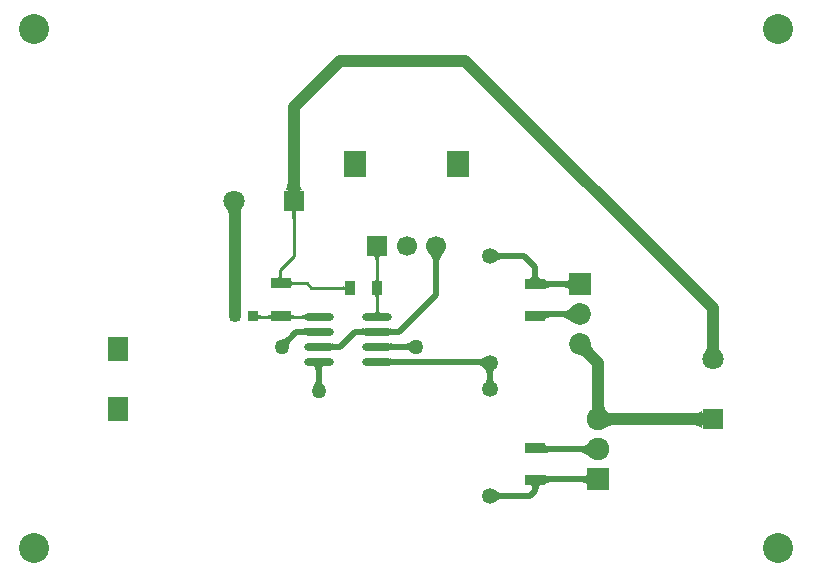
<source format=gtl>
G04*
G04 #@! TF.GenerationSoftware,Altium Limited,Altium Designer,24.1.2 (44)*
G04*
G04 Layer_Physical_Order=1*
G04 Layer_Color=255*
%FSLAX44Y44*%
%MOMM*%
G71*
G04*
G04 #@! TF.SameCoordinates,0D61027A-B9A4-4D08-A004-814C5E794B05*
G04*
G04*
G04 #@! TF.FilePolarity,Positive*
G04*
G01*
G75*
%ADD12C,0.2540*%
%ADD14R,1.9000X2.3000*%
%ADD15O,2.5000X0.7000*%
%ADD16R,0.9000X1.2000*%
%ADD17R,0.9096X0.9121*%
%ADD18R,1.6582X0.9561*%
%ADD19R,1.7000X0.9500*%
%ADD30C,1.8500*%
%ADD31R,1.8500X1.8500*%
%ADD35C,1.0000*%
%ADD36C,0.5000*%
%ADD37R,1.9200X1.9200*%
%ADD38C,1.9200*%
%ADD39R,1.7000X1.7000*%
%ADD40C,1.7000*%
%ADD41R,1.8000X2.0320*%
%ADD42C,1.8000*%
%ADD43R,1.8000X1.8000*%
%ADD44C,1.3500*%
%ADD45R,1.8000X1.8000*%
%ADD46C,2.5400*%
%ADD47C,1.2700*%
G36*
X499690Y586069D02*
X500007Y582869D01*
X500285Y581570D01*
X500642Y580470D01*
X501079Y579570D01*
X501595Y578870D01*
X502191Y578369D01*
X502865Y578069D01*
X503619Y577970D01*
X485681D01*
X486435Y578069D01*
X487110Y578369D01*
X487705Y578870D01*
X488221Y579570D01*
X488658Y580470D01*
X489015Y581570D01*
X489293Y582869D01*
X489491Y584370D01*
X489610Y586069D01*
X489650Y587970D01*
X499650D01*
X499690Y586069D01*
D02*
G37*
G36*
X450560Y562942D02*
X450387Y562579D01*
X450235Y562136D01*
X450103Y561613D01*
X449991Y561010D01*
X449829Y559563D01*
X449748Y557797D01*
X449738Y556793D01*
X439738Y555594D01*
X439722Y556588D01*
X439600Y558339D01*
X439494Y559096D01*
X439357Y559774D01*
X439189Y560374D01*
X438991Y560894D01*
X438763Y561336D01*
X438504Y561699D01*
X438215Y561983D01*
X450753Y563225D01*
X450560Y562942D01*
D02*
G37*
G36*
X497757Y564945D02*
X497371Y564288D01*
X497031Y563496D01*
X496736Y562568D01*
X496487Y561506D01*
X496283Y560308D01*
X496256Y560031D01*
X497190D01*
X496949Y560005D01*
X496733Y559929D01*
X496542Y559802D01*
X496377Y559624D01*
X496237Y559395D01*
X496181Y559257D01*
X496011Y557506D01*
X495943Y555903D01*
X495920Y554164D01*
X493380D01*
X493357Y555903D01*
X493093Y559320D01*
X493063Y559395D01*
X492923Y559624D01*
X492758Y559802D01*
X492567Y559929D01*
X492351Y560005D01*
X492110Y560031D01*
X493039D01*
X493017Y560308D01*
X492813Y561506D01*
X492564Y562568D01*
X492269Y563496D01*
X491929Y564288D01*
X491543Y564945D01*
X491112Y565467D01*
X498188D01*
X497757Y564945D01*
D02*
G37*
G36*
X665768Y526552D02*
X666238Y526174D01*
X666731Y525840D01*
X667247Y525551D01*
X667786Y525306D01*
X668347Y525106D01*
X668931Y524950D01*
X669538Y524839D01*
X670168Y524772D01*
X670820Y524750D01*
Y519750D01*
X670168Y519728D01*
X669538Y519661D01*
X668931Y519550D01*
X668347Y519394D01*
X667786Y519194D01*
X667247Y518949D01*
X666731Y518660D01*
X666238Y518326D01*
X665768Y517948D01*
X665321Y517525D01*
Y526975D01*
X665768Y526552D01*
D02*
G37*
G36*
X620545Y523750D02*
X619958Y523061D01*
X619440Y522366D01*
X618992Y521662D01*
X618613Y520951D01*
X618302Y520231D01*
X618060Y519504D01*
X617888Y518769D01*
X617785Y518027D01*
X617750Y517276D01*
X612750D01*
X612715Y518027D01*
X612612Y518769D01*
X612439Y519504D01*
X612198Y520231D01*
X611888Y520951D01*
X611508Y521662D01*
X611059Y522366D01*
X610542Y523061D01*
X609955Y523750D01*
X609300Y524430D01*
X621200D01*
X620545Y523750D01*
D02*
G37*
G36*
X568357Y526445D02*
X567971Y525788D01*
X567631Y524996D01*
X567336Y524068D01*
X567087Y523006D01*
X566921Y522030D01*
X567790D01*
X567549Y522005D01*
X567333Y521929D01*
X567142Y521802D01*
X566977Y521624D01*
X566844Y521406D01*
X566611Y519006D01*
X566543Y517403D01*
X566520Y515664D01*
X563980D01*
X563957Y517403D01*
X563647Y521421D01*
X563523Y521624D01*
X563358Y521802D01*
X563167Y521929D01*
X562951Y522005D01*
X562710Y522030D01*
X563579D01*
X563413Y523006D01*
X563164Y524068D01*
X562869Y524996D01*
X562529Y525788D01*
X562143Y526445D01*
X561712Y526967D01*
X568788D01*
X568357Y526445D01*
D02*
G37*
G36*
X484533Y506021D02*
X484571Y505584D01*
X484634Y505199D01*
X484723Y504864D01*
X484837Y504582D01*
X484977Y504350D01*
X485142Y504170D01*
X485333Y504042D01*
X485549Y503965D01*
X485790Y503939D01*
X480710D01*
X480951Y503965D01*
X481167Y504042D01*
X481358Y504170D01*
X481523Y504350D01*
X481662Y504582D01*
X481777Y504864D01*
X481866Y505199D01*
X481929Y505584D01*
X481967Y506021D01*
X481980Y506510D01*
X484520D01*
X484533Y506021D01*
D02*
G37*
G36*
X701525Y507305D02*
X701600Y506450D01*
X701725Y505695D01*
X701900Y505041D01*
X702125Y504488D01*
X702400Y504035D01*
X702725Y503683D01*
X703100Y503431D01*
X703525Y503280D01*
X704000Y503230D01*
X694000D01*
X694475Y503280D01*
X694900Y503431D01*
X695275Y503683D01*
X695600Y504035D01*
X695875Y504488D01*
X696100Y505041D01*
X696275Y505695D01*
X696400Y506450D01*
X696475Y507305D01*
X696500Y508261D01*
X701500D01*
X701525Y507305D01*
D02*
G37*
G36*
X566533Y503271D02*
X566571Y502834D01*
X566634Y502449D01*
X566723Y502114D01*
X566838Y501832D01*
X566977Y501600D01*
X567142Y501420D01*
X567333Y501292D01*
X567549Y501215D01*
X567790Y501189D01*
X562710D01*
X562951Y501215D01*
X563167Y501292D01*
X563358Y501420D01*
X563523Y501600D01*
X563662Y501832D01*
X563777Y502114D01*
X563866Y502449D01*
X563929Y502834D01*
X563967Y503271D01*
X563980Y503759D01*
X566520D01*
X566533Y503271D01*
D02*
G37*
G36*
X492495Y501549D02*
X492571Y501333D01*
X492698Y501142D01*
X492876Y500977D01*
X493105Y500838D01*
X493384Y500723D01*
X493714Y500634D01*
X494095Y500571D01*
X494527Y500533D01*
X495009Y500520D01*
Y497980D01*
X494527Y497967D01*
X494095Y497929D01*
X493714Y497866D01*
X493384Y497777D01*
X493105Y497663D01*
X492876Y497523D01*
X492698Y497358D01*
X492571Y497167D01*
X492495Y496951D01*
X492469Y496710D01*
Y501790D01*
X492495Y501549D01*
D02*
G37*
G36*
X707311Y502812D02*
X707461Y502411D01*
X707711Y502057D01*
X708061Y501750D01*
X708511Y501490D01*
X709061Y501278D01*
X709711Y501112D01*
X710461Y500994D01*
X711311Y500924D01*
X712261Y500900D01*
Y495900D01*
X711311Y495879D01*
X710461Y495814D01*
X709711Y495708D01*
X709061Y495558D01*
X708511Y495365D01*
X708061Y495130D01*
X707711Y494852D01*
X707461Y494531D01*
X707311Y494167D01*
X707261Y493761D01*
Y503261D01*
X707311Y502812D01*
D02*
G37*
G36*
X727511Y493400D02*
X727461Y493875D01*
X727310Y494300D01*
X727058Y494675D01*
X726706Y495000D01*
X726253Y495275D01*
X725700Y495500D01*
X725046Y495675D01*
X724292Y495800D01*
X723436Y495875D01*
X722480Y495900D01*
Y500900D01*
X723436Y500925D01*
X724292Y501000D01*
X725046Y501125D01*
X725700Y501300D01*
X726253Y501525D01*
X726706Y501800D01*
X727058Y502125D01*
X727310Y502500D01*
X727461Y502925D01*
X727511Y503400D01*
Y493400D01*
D02*
G37*
G36*
X537561Y492710D02*
X537535Y492951D01*
X537458Y493167D01*
X537330Y493358D01*
X537150Y493523D01*
X536918Y493662D01*
X536636Y493777D01*
X536301Y493866D01*
X535916Y493929D01*
X535479Y493967D01*
X534991Y493980D01*
Y496520D01*
X535479Y496533D01*
X535916Y496571D01*
X536301Y496634D01*
X536636Y496723D01*
X536918Y496838D01*
X537150Y496977D01*
X537330Y497142D01*
X537458Y497333D01*
X537535Y497549D01*
X537561Y497790D01*
Y492710D01*
D02*
G37*
G36*
X567549Y489255D02*
X567333Y489179D01*
X567142Y489052D01*
X566977Y488874D01*
X566838Y488646D01*
X566723Y488366D01*
X566634Y488036D01*
X566571Y487655D01*
X566533Y487223D01*
X566520Y486740D01*
X563980D01*
X563967Y487223D01*
X563929Y487655D01*
X563866Y488036D01*
X563777Y488366D01*
X563662Y488646D01*
X563523Y488874D01*
X563358Y489052D01*
X563167Y489179D01*
X562951Y489255D01*
X562710Y489281D01*
X567790D01*
X567549Y489255D01*
D02*
G37*
G36*
X566533Y476601D02*
X566571Y476164D01*
X566634Y475779D01*
X566723Y475444D01*
X566838Y475162D01*
X566977Y474930D01*
X567142Y474750D01*
X567333Y474622D01*
X567549Y474545D01*
X567790Y474519D01*
X562710D01*
X562951Y474545D01*
X563167Y474622D01*
X563358Y474750D01*
X563523Y474930D01*
X563662Y475162D01*
X563777Y475444D01*
X563866Y475779D01*
X563929Y476164D01*
X563967Y476601D01*
X563980Y477089D01*
X566520D01*
X566533Y476601D01*
D02*
G37*
G36*
X504879Y468534D02*
X504845Y468771D01*
X504743Y468983D01*
X504574Y469170D01*
X504336Y469332D01*
X504030Y469468D01*
X503656Y469581D01*
X503214Y469668D01*
X502704Y469730D01*
X502127Y469767D01*
X501481Y469780D01*
Y472320D01*
X502127Y472332D01*
X503214Y472432D01*
X503656Y472519D01*
X504030Y472631D01*
X504336Y472768D01*
X504574Y472930D01*
X504743Y473117D01*
X504845Y473329D01*
X504879Y473566D01*
Y468534D01*
D02*
G37*
G36*
X492495Y473349D02*
X492571Y473133D01*
X492698Y472942D01*
X492876Y472777D01*
X493105Y472637D01*
X493384Y472523D01*
X493714Y472434D01*
X494095Y472371D01*
X494527Y472333D01*
X495009Y472320D01*
Y469780D01*
X494527Y469767D01*
X494095Y469729D01*
X493714Y469666D01*
X493384Y469577D01*
X493105Y469463D01*
X492876Y469323D01*
X492698Y469158D01*
X492571Y468967D01*
X492495Y468751D01*
X492469Y468510D01*
Y473590D01*
X492495Y473349D01*
D02*
G37*
G36*
X475561Y468510D02*
X475535Y468751D01*
X475458Y468967D01*
X475330Y469158D01*
X475150Y469323D01*
X474918Y469463D01*
X474636Y469577D01*
X474301Y469666D01*
X473916Y469729D01*
X473479Y469767D01*
X472990Y469780D01*
Y472320D01*
X473479Y472333D01*
X473916Y472371D01*
X474301Y472434D01*
X474636Y472523D01*
X474918Y472637D01*
X475150Y472777D01*
X475330Y472942D01*
X475458Y473133D01*
X475535Y473349D01*
X475561Y473590D01*
Y468510D01*
D02*
G37*
G36*
X464275Y473349D02*
X464352Y473133D01*
X464481Y472942D01*
X464661Y472777D01*
X464892Y472637D01*
X465175Y472523D01*
X465509Y472434D01*
X465895Y472371D01*
X466332Y472333D01*
X466820Y472320D01*
Y469780D01*
X466332Y469767D01*
X465895Y469729D01*
X465509Y469666D01*
X465175Y469577D01*
X464892Y469463D01*
X464661Y469323D01*
X464481Y469158D01*
X464352Y468967D01*
X464275Y468751D01*
X464250Y468510D01*
Y473590D01*
X464275Y473349D01*
D02*
G37*
G36*
X707311Y476503D02*
X707461Y476293D01*
X707711Y476107D01*
X708061Y475946D01*
X708511Y475810D01*
X709061Y475698D01*
X709711Y475611D01*
X711311Y475512D01*
X712261Y475500D01*
Y470500D01*
X711306Y470475D01*
X710452Y470400D01*
X709699Y470275D01*
X709045Y470100D01*
X708492Y469875D01*
X708039Y469600D01*
X707687Y469275D01*
X707434Y468900D01*
X707282Y468475D01*
X707230Y468000D01*
X707261Y476739D01*
X707311Y476503D01*
D02*
G37*
G36*
X730094Y466525D02*
X729314Y467280D01*
X728533Y467956D01*
X727751Y468552D01*
X726968Y469069D01*
X726184Y469506D01*
X725398Y469864D01*
X724611Y470142D01*
X723823Y470341D01*
X723034Y470460D01*
X722244Y470500D01*
Y475500D01*
X723034Y475540D01*
X723823Y475659D01*
X724611Y475858D01*
X725398Y476136D01*
X726184Y476494D01*
X726968Y476931D01*
X727751Y477448D01*
X728533Y478044D01*
X729314Y478720D01*
X730094Y479475D01*
Y466525D01*
D02*
G37*
G36*
X576181Y461280D02*
X576449Y461190D01*
X576802Y461110D01*
X577242Y461041D01*
X578381Y460935D01*
X580734Y460855D01*
X581691Y460850D01*
Y455850D01*
X580734Y455845D01*
X576802Y455590D01*
X576449Y455510D01*
X576181Y455420D01*
X576000Y455319D01*
Y461381D01*
X576181Y461280D01*
D02*
G37*
G36*
X554500Y455319D02*
X554319Y455420D01*
X554051Y455510D01*
X553698Y455590D01*
X553258Y455659D01*
X552119Y455765D01*
X549766Y455845D01*
X548809Y455850D01*
Y460850D01*
X549766Y460855D01*
X553698Y461110D01*
X554051Y461190D01*
X554319Y461280D01*
X554500Y461381D01*
Y455319D01*
D02*
G37*
G36*
X505500D02*
X505319Y455420D01*
X505051Y455510D01*
X504698Y455590D01*
X504258Y455659D01*
X503119Y455765D01*
X500766Y455845D01*
X499809Y455850D01*
Y460850D01*
X500766Y460855D01*
X504698Y461110D01*
X505051Y461190D01*
X505319Y461280D01*
X505500Y461381D01*
Y455319D01*
D02*
G37*
G36*
X492839Y450804D02*
X492409Y450346D01*
X492024Y449879D01*
X491686Y449403D01*
X491393Y448917D01*
X491146Y448423D01*
X490945Y447919D01*
X490790Y447406D01*
X490681Y446885D01*
X490617Y446354D01*
X490600Y445813D01*
X484314Y452100D01*
X484854Y452117D01*
X485385Y452180D01*
X485906Y452290D01*
X486419Y452445D01*
X486923Y452646D01*
X487417Y452893D01*
X487903Y453186D01*
X488379Y453524D01*
X488846Y453909D01*
X489304Y454339D01*
X492839Y450804D01*
D02*
G37*
G36*
X576169Y448589D02*
X576425Y448508D01*
X576769Y448436D01*
X577201Y448373D01*
X578326Y448277D01*
X580670Y448205D01*
X581626Y448200D01*
X581743Y443200D01*
X580788Y443194D01*
X576834Y442915D01*
X576472Y442828D01*
X576193Y442730D01*
X576000Y442619D01*
Y448681D01*
X576169Y448589D01*
D02*
G37*
G36*
X527181Y448580D02*
X527449Y448490D01*
X527802Y448410D01*
X528242Y448341D01*
X529381Y448235D01*
X531734Y448155D01*
X532691Y448150D01*
Y443150D01*
X531734Y443145D01*
X527802Y442890D01*
X527449Y442810D01*
X527181Y442720D01*
X527000Y442619D01*
Y448681D01*
X527181Y448580D01*
D02*
G37*
G36*
X854513Y447286D02*
X854708Y444763D01*
X854825Y444078D01*
X854968Y443472D01*
X855137Y442943D01*
X855332Y442493D01*
X855553Y442121D01*
X855800Y441827D01*
X843200D01*
X843447Y442121D01*
X843668Y442493D01*
X843863Y442943D01*
X844032Y443472D01*
X844175Y444078D01*
X844292Y444763D01*
X844448Y446367D01*
X844487Y447286D01*
X844500Y448283D01*
X854500D01*
X854513Y447286D01*
D02*
G37*
G36*
X594000Y441269D02*
X593603Y441636D01*
X593180Y441964D01*
X592732Y442254D01*
X592257Y442505D01*
X591758Y442717D01*
X591232Y442891D01*
X590681Y443026D01*
X590105Y443123D01*
X589502Y443181D01*
X588875Y443200D01*
X588832Y448200D01*
X589460Y448220D01*
X590062Y448278D01*
X590638Y448376D01*
X591188Y448513D01*
X591711Y448690D01*
X592207Y448905D01*
X592677Y449160D01*
X593121Y449454D01*
X593539Y449787D01*
X593930Y450159D01*
X594000Y441269D01*
D02*
G37*
G36*
X745983Y447078D02*
X746092Y446615D01*
X746275Y446118D01*
X746534Y445588D01*
X746868Y445025D01*
X747276Y444428D01*
X747760Y443798D01*
X748954Y442438D01*
X749663Y441708D01*
X742592Y434637D01*
X741862Y435346D01*
X739872Y437024D01*
X739275Y437432D01*
X738712Y437766D01*
X738182Y438025D01*
X737685Y438209D01*
X737222Y438317D01*
X736793Y438350D01*
X745950Y447508D01*
X745983Y447078D01*
D02*
G37*
G36*
X576266Y435813D02*
X576606Y435664D01*
X577019Y435532D01*
X577506Y435417D01*
X578067Y435320D01*
X579409Y435179D01*
X581045Y435109D01*
X581973Y435100D01*
X581235Y430100D01*
X580311Y430095D01*
X576241Y429840D01*
X575809Y429761D01*
X575447Y429670D01*
X575156Y429570D01*
X576000Y435981D01*
X576266Y435813D01*
D02*
G37*
G36*
X655441Y427781D02*
X655018Y428222D01*
X654570Y428616D01*
X654096Y428964D01*
X653596Y429265D01*
X653070Y429520D01*
X652518Y429729D01*
X651940Y429891D01*
X651336Y430007D01*
X650707Y430077D01*
X650052Y430100D01*
X650331Y435100D01*
X650981Y435121D01*
X651610Y435185D01*
X652219Y435291D01*
X652809Y435439D01*
X653379Y435630D01*
X653929Y435863D01*
X654459Y436138D01*
X654970Y436456D01*
X655460Y436816D01*
X655931Y437219D01*
X655441Y427781D01*
D02*
G37*
G36*
X520275Y429431D02*
X519850Y429280D01*
X519475Y429028D01*
X519150Y428676D01*
X518875Y428223D01*
X518650Y427670D01*
X518475Y427016D01*
X518350Y426261D01*
X518275Y425406D01*
X518250Y424450D01*
X513250D01*
X513225Y425406D01*
X513150Y426261D01*
X513025Y427016D01*
X512850Y427670D01*
X512625Y428223D01*
X512350Y428676D01*
X512025Y429028D01*
X511650Y429280D01*
X511225Y429431D01*
X510750Y429481D01*
X520750D01*
X520275Y429431D01*
D02*
G37*
G36*
X664898Y427062D02*
X664526Y426584D01*
X664197Y426085D01*
X663913Y425564D01*
X663672Y425021D01*
X663475Y424456D01*
X663322Y423870D01*
X663213Y423262D01*
X663147Y422633D01*
X663125Y421981D01*
X658125Y421882D01*
X658102Y422535D01*
X658035Y423165D01*
X657922Y423770D01*
X657764Y424352D01*
X657560Y424910D01*
X657311Y425444D01*
X657018Y425955D01*
X656679Y426441D01*
X656294Y426904D01*
X655865Y427343D01*
X665313Y427518D01*
X664898Y427062D01*
D02*
G37*
G36*
X663148Y419215D02*
X663215Y418585D01*
X663328Y417980D01*
X663487Y417398D01*
X663690Y416840D01*
X663939Y416306D01*
X664232Y415795D01*
X664571Y415309D01*
X664956Y414846D01*
X665385Y414407D01*
X655937Y414232D01*
X656352Y414688D01*
X656724Y415166D01*
X657053Y415665D01*
X657337Y416186D01*
X657578Y416729D01*
X657775Y417294D01*
X657928Y417880D01*
X658037Y418488D01*
X658103Y419117D01*
X658125Y419769D01*
X663125Y419868D01*
X663148Y419215D01*
D02*
G37*
G36*
X518270Y417519D02*
X518328Y416917D01*
X518425Y416341D01*
X518561Y415790D01*
X518736Y415266D01*
X518950Y414768D01*
X519203Y414296D01*
X519495Y413849D01*
X519826Y413429D01*
X520195Y413035D01*
X511305D01*
X511675Y413429D01*
X512005Y413849D01*
X512297Y414296D01*
X512550Y414768D01*
X512764Y415266D01*
X512939Y415790D01*
X513075Y416341D01*
X513172Y416917D01*
X513231Y417519D01*
X513250Y418147D01*
X518250D01*
X518270Y417519D01*
D02*
G37*
G36*
X757517Y397060D02*
X757655Y395192D01*
X757775Y394371D01*
X757930Y393624D01*
X758119Y392951D01*
X758343Y392353D01*
X758601Y391829D01*
X758893Y391380D01*
X759220Y391006D01*
X745780D01*
X746107Y391380D01*
X746399Y391829D01*
X746657Y392353D01*
X746881Y392951D01*
X747070Y393624D01*
X747225Y394371D01*
X747345Y395192D01*
X747483Y397060D01*
X747500Y398105D01*
X757500D01*
X757517Y397060D01*
D02*
G37*
G36*
X759730Y390543D02*
X760179Y390251D01*
X760703Y389993D01*
X761301Y389769D01*
X761974Y389580D01*
X762721Y389425D01*
X763543Y389305D01*
X765410Y389167D01*
X766455Y389150D01*
Y379150D01*
X765410Y379133D01*
X763543Y378995D01*
X762721Y378875D01*
X761974Y378720D01*
X761301Y378531D01*
X760703Y378307D01*
X760179Y378049D01*
X759730Y377757D01*
X759356Y377430D01*
Y390870D01*
X759730Y390543D01*
D02*
G37*
G36*
X840530Y375630D02*
X840431Y376299D01*
X840130Y376898D01*
X839631Y377425D01*
X838931Y377883D01*
X838030Y378270D01*
X836930Y378587D01*
X835630Y378833D01*
X834130Y379009D01*
X832430Y379115D01*
X830530Y379150D01*
Y389150D01*
X832430Y389194D01*
X834130Y389327D01*
X835630Y389548D01*
X836930Y389857D01*
X838030Y390255D01*
X838931Y390741D01*
X839631Y391315D01*
X840130Y391978D01*
X840431Y392730D01*
X840530Y393569D01*
Y375630D01*
D02*
G37*
G36*
X707532Y363275D02*
X707684Y362850D01*
X707936Y362475D01*
X708289Y362150D01*
X708742Y361875D01*
X709295Y361650D01*
X709949Y361475D01*
X710702Y361350D01*
X711556Y361275D01*
X712511Y361250D01*
Y356250D01*
X711561Y356235D01*
X709961Y356116D01*
X709311Y356012D01*
X708761Y355878D01*
X708311Y355714D01*
X707961Y355520D01*
X707711Y355297D01*
X707561Y355044D01*
X707511Y354761D01*
X707480Y363750D01*
X707532Y363275D01*
D02*
G37*
G36*
X745644Y352030D02*
X744818Y352832D01*
X743994Y353549D01*
X743171Y354182D01*
X742351Y354731D01*
X741533Y355195D01*
X740716Y355575D01*
X739902Y355870D01*
X739090Y356081D01*
X738279Y356208D01*
X737471Y356250D01*
Y361250D01*
X738279Y361292D01*
X739090Y361419D01*
X739902Y361630D01*
X740716Y361925D01*
X741533Y362305D01*
X742351Y362769D01*
X743171Y363318D01*
X743994Y363951D01*
X744818Y364668D01*
X745644Y365470D01*
Y352030D01*
D02*
G37*
G36*
X742961Y328350D02*
X742911Y328825D01*
X742760Y329250D01*
X742508Y329625D01*
X742156Y329950D01*
X741703Y330225D01*
X741150Y330450D01*
X740496Y330625D01*
X739742Y330750D01*
X738886Y330825D01*
X737931Y330850D01*
Y335850D01*
X738886Y335875D01*
X739742Y335950D01*
X740496Y336075D01*
X741150Y336250D01*
X741703Y336475D01*
X742156Y336750D01*
X742508Y337075D01*
X742760Y337450D01*
X742911Y337875D01*
X742961Y338350D01*
Y328350D01*
D02*
G37*
G36*
X707561Y337380D02*
X707711Y337059D01*
X707961Y336776D01*
X708311Y336530D01*
X708761Y336322D01*
X709311Y336152D01*
X709961Y336020D01*
X710711Y335925D01*
X711561Y335869D01*
X712511Y335850D01*
Y330850D01*
X711556Y330825D01*
X710702Y330750D01*
X709949Y330625D01*
X709295Y330450D01*
X708742Y330225D01*
X708289Y329950D01*
X707936Y329625D01*
X707684Y329250D01*
X707532Y328825D01*
X707480Y328350D01*
X707511Y337739D01*
X707561Y337380D01*
D02*
G37*
G36*
X703361Y328225D02*
X703023Y328089D01*
X702725Y327863D01*
X702466Y327547D01*
X702247Y327140D01*
X702068Y326643D01*
X701929Y326055D01*
X701830Y325377D01*
X701770Y324609D01*
X701750Y323750D01*
X696750D01*
X696730Y324609D01*
X696671Y325377D01*
X696571Y326055D01*
X696432Y326643D01*
X696253Y327140D01*
X696034Y327547D01*
X695775Y327863D01*
X695477Y328089D01*
X695139Y328225D01*
X694761Y328270D01*
X703739D01*
X703361Y328225D01*
D02*
G37*
G36*
X666018Y323802D02*
X666488Y323424D01*
X666981Y323090D01*
X667497Y322801D01*
X668036Y322556D01*
X668597Y322356D01*
X669181Y322200D01*
X669788Y322089D01*
X670418Y322022D01*
X671070Y322000D01*
Y317000D01*
X670418Y316978D01*
X669788Y316911D01*
X669181Y316800D01*
X668597Y316644D01*
X668036Y316444D01*
X667497Y316199D01*
X666981Y315910D01*
X666488Y315576D01*
X666018Y315198D01*
X665571Y314775D01*
Y324225D01*
X666018Y323802D01*
D02*
G37*
D12*
X565250Y495500D02*
Y530500D01*
X849050Y384150D02*
X849500Y384600D01*
X484000Y499250D02*
X505500D01*
X483250Y500000D02*
X484000Y499250D01*
X460213Y471050D02*
X516250D01*
X459762Y471500D02*
X460213Y471050D01*
X505500Y499250D02*
X509500Y495250D01*
X598450Y445700D02*
X598500Y445750D01*
X509500Y495250D02*
X542000D01*
X565250Y471050D02*
Y495000D01*
X565000Y495250D02*
X565250Y495000D01*
X565000Y495250D02*
X565250Y495500D01*
Y445650D02*
X565300Y445700D01*
X483250Y511000D02*
X494650Y522400D01*
X483250Y500000D02*
Y511000D01*
X494650Y522400D02*
Y569000D01*
X515750Y432450D02*
X516250Y432950D01*
D14*
X546750Y600500D02*
D03*
X633750D02*
D03*
D15*
X516250Y471050D02*
D03*
Y458350D02*
D03*
Y445650D02*
D03*
Y432950D02*
D03*
X565250Y471050D02*
D03*
Y458350D02*
D03*
Y445650D02*
D03*
Y432950D02*
D03*
D16*
X565000Y495250D02*
D03*
X542000D02*
D03*
D17*
X459762Y471500D02*
D03*
X444738D02*
D03*
D18*
X699250Y332989D02*
D03*
Y359511D02*
D03*
X699000Y471989D02*
D03*
Y498511D02*
D03*
D19*
X484000Y499250D02*
D03*
Y471250D02*
D03*
D30*
X736700Y447600D02*
D03*
Y473000D02*
D03*
D31*
Y498400D02*
D03*
D35*
Y447600D02*
X752500Y431800D01*
X849500Y435400D02*
Y478000D01*
X565125Y530375D02*
X565250Y530500D01*
X533728Y687740D02*
X639760D01*
X494650Y648662D02*
X533728Y687740D01*
X494650Y569000D02*
Y648662D01*
X639760Y687740D02*
X849500Y478000D01*
X752500Y384150D02*
X849050D01*
X752500D02*
Y431800D01*
X443850Y569000D02*
X444738Y568112D01*
Y471500D02*
Y568112D01*
D36*
X660750Y319500D02*
X695000D01*
X699250Y323750D02*
Y332989D01*
X695000Y319500D02*
X699250Y323750D01*
X699611Y333350D02*
X752500D01*
X699250Y332989D02*
X699611Y333350D01*
X699111Y498400D02*
X736700D01*
X699250Y359511D02*
X700011Y358750D01*
Y473000D02*
X736700D01*
X660625Y409625D02*
X660750Y409500D01*
X660150Y432600D02*
X660500Y432250D01*
X660625Y409625D02*
Y432125D01*
X660500Y432250D02*
X660625Y432125D01*
X615250Y489500D02*
Y530500D01*
X699000Y498511D02*
X699111Y498400D01*
X689750Y522250D02*
X699000Y513000D01*
Y498511D02*
Y513000D01*
X660500Y522250D02*
X689750D01*
X699000Y471989D02*
X700011Y473000D01*
X484250Y445750D02*
X496850Y458350D01*
X515750Y408500D02*
Y432450D01*
X496850Y458350D02*
X516250D01*
X533900Y445650D02*
X546600Y458350D01*
X516250Y445650D02*
X533900D01*
X546600Y458350D02*
X584100D01*
X565300Y445700D02*
X598450D01*
X584100Y458350D02*
X615250Y489500D01*
X700011Y358750D02*
X752500D01*
X565600Y432600D02*
X660150D01*
X565250Y432950D02*
X565600Y432600D01*
D37*
X752500Y333350D02*
D03*
D38*
Y358750D02*
D03*
Y384150D02*
D03*
D39*
X565250Y530500D02*
D03*
D40*
X615250D02*
D03*
X590250D02*
D03*
D41*
X346000Y443900D02*
D03*
Y393100D02*
D03*
D42*
X849500Y435400D02*
D03*
X443850Y569000D02*
D03*
D43*
X849500Y384600D02*
D03*
D44*
X660750Y409500D02*
D03*
Y319500D02*
D03*
X660500Y522250D02*
D03*
Y432250D02*
D03*
D45*
X494650Y569000D02*
D03*
D46*
X275000Y275000D02*
D03*
Y715000D02*
D03*
X905000Y275000D02*
D03*
Y715000D02*
D03*
D47*
X484250Y445750D02*
D03*
X515750Y408500D02*
D03*
X598500Y445750D02*
D03*
M02*

</source>
